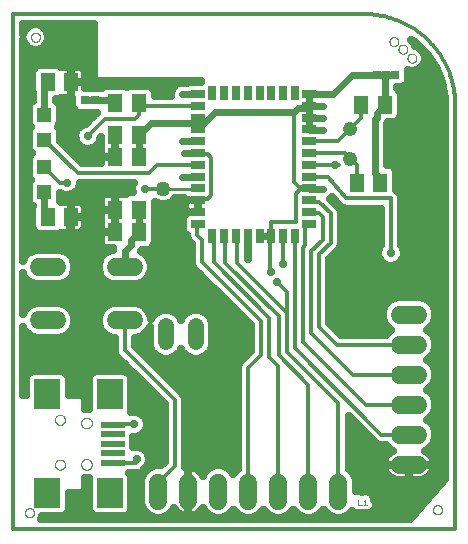
<source format=gtl>
G75*
%MOIN*%
%OFA0B0*%
%FSLAX25Y25*%
%IPPOS*%
%LPD*%
%AMOC8*
5,1,8,0,0,1.08239X$1,22.5*
%
%ADD10C,0.01200*%
%ADD11C,0.00200*%
%ADD12C,0.00000*%
%ADD13C,0.06000*%
%ADD14R,0.05118X0.06299*%
%ADD15R,0.04724X0.04724*%
%ADD16C,0.04800*%
%ADD17R,0.05118X0.05906*%
%ADD18C,0.05000*%
%ADD19R,0.02756X0.04724*%
%ADD20R,0.04724X0.02756*%
%ADD21R,0.08661X0.09843*%
%ADD22R,0.07874X0.01969*%
%ADD23C,0.05400*%
%ADD24C,0.02900*%
%ADD25C,0.02778*%
%ADD26C,0.01000*%
%ADD27C,0.02400*%
%ADD28R,0.02900X0.02900*%
%ADD29C,0.02500*%
%ADD30C,0.02200*%
D10*
X0040433Y0036433D02*
X0040433Y0208134D01*
X0157860Y0208134D01*
X0156496Y0177933D02*
X0156496Y0173496D01*
X0152933Y0169933D01*
X0148766Y0165766D01*
X0139157Y0165766D01*
X0139157Y0161829D02*
X0151037Y0161829D01*
X0152933Y0159933D01*
X0154996Y0157870D01*
X0154996Y0151933D01*
X0151567Y0146683D02*
X0166433Y0146683D01*
X0166433Y0128433D01*
X0151567Y0146683D02*
X0145295Y0153955D01*
X0139157Y0153955D01*
X0138698Y0150477D02*
X0135925Y0150477D01*
X0134233Y0152170D01*
X0134233Y0174551D01*
X0135815Y0176133D01*
X0137713Y0176133D01*
X0139157Y0177577D01*
X0157860Y0208134D02*
X0158591Y0208119D01*
X0159321Y0208087D01*
X0160050Y0208036D01*
X0160778Y0207969D01*
X0161504Y0207883D01*
X0162227Y0207780D01*
X0162948Y0207660D01*
X0163666Y0207522D01*
X0164380Y0207368D01*
X0165091Y0207195D01*
X0165797Y0207006D01*
X0166498Y0206800D01*
X0167194Y0206576D01*
X0167884Y0206337D01*
X0168568Y0206080D01*
X0169246Y0205807D01*
X0169918Y0205518D01*
X0170582Y0205212D01*
X0171238Y0204891D01*
X0171886Y0204554D01*
X0172527Y0204201D01*
X0173158Y0203833D01*
X0173780Y0203449D01*
X0174393Y0203051D01*
X0174996Y0202638D01*
X0175589Y0202211D01*
X0176172Y0201769D01*
X0176743Y0201314D01*
X0177304Y0200845D01*
X0177853Y0200362D01*
X0178390Y0199866D01*
X0178915Y0199358D01*
X0179427Y0198837D01*
X0179927Y0198304D01*
X0180414Y0197758D01*
X0180887Y0197202D01*
X0181347Y0196633D01*
X0181793Y0196054D01*
X0182225Y0195465D01*
X0182642Y0194865D01*
X0183045Y0194255D01*
X0183433Y0193636D01*
X0183806Y0193007D01*
X0184164Y0192370D01*
X0184506Y0191724D01*
X0184832Y0191070D01*
X0185143Y0190408D01*
X0185437Y0189739D01*
X0185715Y0189063D01*
X0185977Y0188381D01*
X0186222Y0187692D01*
X0186451Y0186998D01*
X0186663Y0186299D01*
X0186857Y0185594D01*
X0187035Y0184885D01*
X0187195Y0184172D01*
X0187339Y0183455D01*
X0187464Y0182735D01*
X0187573Y0182013D01*
X0187664Y0181287D01*
X0187737Y0180560D01*
X0187793Y0179831D01*
X0187831Y0179101D01*
X0187851Y0178371D01*
X0187854Y0177640D01*
X0187854Y0036433D01*
X0040433Y0036433D01*
X0073791Y0058634D02*
X0073992Y0058433D01*
X0081433Y0058433D01*
X0081433Y0059481D01*
X0081767Y0059815D01*
X0088933Y0051933D02*
X0094433Y0057433D01*
X0094433Y0079433D01*
X0077733Y0096133D01*
X0077733Y0106033D01*
X0077933Y0105833D01*
X0058933Y0132933D02*
X0058933Y0141173D01*
X0058935Y0141120D01*
X0058941Y0141068D01*
X0058950Y0141016D01*
X0058963Y0140965D01*
X0058980Y0140914D01*
X0059000Y0140866D01*
X0059024Y0140818D01*
X0059050Y0140773D01*
X0059081Y0140730D01*
X0059114Y0140688D01*
X0059150Y0140650D01*
X0059188Y0140614D01*
X0059230Y0140581D01*
X0059273Y0140550D01*
X0059318Y0140524D01*
X0059366Y0140500D01*
X0059414Y0140480D01*
X0059465Y0140463D01*
X0059516Y0140450D01*
X0059568Y0140441D01*
X0059620Y0140435D01*
X0059673Y0140433D01*
X0058433Y0151933D02*
X0056067Y0151933D01*
X0050933Y0157067D01*
X0050933Y0166299D02*
X0062049Y0155183D01*
X0085799Y0155183D01*
X0088508Y0157892D01*
X0102150Y0157892D01*
X0102609Y0161370D02*
X0102150Y0161829D01*
X0102609Y0161370D02*
X0105382Y0161370D01*
X0106612Y0160140D01*
X0106612Y0147770D01*
X0105382Y0146540D01*
X0102609Y0146540D01*
X0102150Y0146081D01*
X0102150Y0138207D02*
X0101933Y0138207D01*
X0101933Y0134433D01*
X0103396Y0132970D01*
X0103396Y0125494D01*
X0123110Y0105781D01*
X0123110Y0094433D01*
X0118933Y0090257D01*
X0118933Y0048933D01*
X0128933Y0048933D02*
X0128933Y0090765D01*
X0125810Y0093889D01*
X0125810Y0106899D01*
X0107333Y0125376D01*
X0107333Y0133811D01*
X0106874Y0134270D01*
X0110811Y0134270D02*
X0111270Y0133811D01*
X0111270Y0125257D01*
X0129033Y0107494D01*
X0129033Y0094484D01*
X0138933Y0084584D01*
X0138933Y0048933D01*
X0148933Y0048933D02*
X0148933Y0078402D01*
X0131733Y0095602D01*
X0131733Y0108613D01*
X0131733Y0115633D01*
X0128433Y0118933D01*
X0126494Y0122244D02*
X0126133Y0122605D01*
X0126133Y0133844D01*
X0126559Y0134270D01*
X0126559Y0138732D01*
X0134695Y0138732D01*
X0134695Y0148329D01*
X0136384Y0150018D01*
X0139157Y0150018D01*
X0138698Y0150477D01*
X0139157Y0146081D02*
X0139617Y0145622D01*
X0142390Y0145622D01*
X0146320Y0141692D01*
X0146320Y0131810D01*
X0142533Y0128023D01*
X0142533Y0103933D01*
X0148533Y0097933D01*
X0172433Y0097933D01*
X0172433Y0087933D02*
X0153833Y0087933D01*
X0139833Y0101933D01*
X0139833Y0129142D01*
X0143620Y0132928D01*
X0143620Y0140455D01*
X0142390Y0141685D01*
X0139617Y0141685D01*
X0139157Y0142144D01*
X0139157Y0138207D02*
X0137911Y0136961D01*
X0137911Y0131038D01*
X0137133Y0130260D01*
X0137133Y0098933D01*
X0158133Y0077933D01*
X0172433Y0077933D01*
X0172433Y0067933D02*
X0163221Y0067933D01*
X0134433Y0096721D01*
X0134433Y0134270D01*
X0130496Y0134270D02*
X0130433Y0134207D01*
X0130433Y0124933D01*
X0115207Y0125139D02*
X0131733Y0108613D01*
X0115207Y0125139D02*
X0115207Y0133811D01*
X0114748Y0134270D01*
X0090433Y0149933D02*
X0084433Y0149933D01*
X0074496Y0142933D02*
X0074496Y0135433D01*
X0074496Y0160433D02*
X0074496Y0167933D01*
X0071067Y0173183D02*
X0081183Y0173183D01*
X0082433Y0174433D01*
X0082433Y0178370D01*
X0082370Y0178433D01*
X0085226Y0177577D01*
X0102150Y0177577D01*
X0071067Y0173183D02*
X0067433Y0169549D01*
X0065433Y0167433D01*
X0139157Y0157892D02*
X0149242Y0157892D01*
X0147783Y0157933D01*
X0081433Y0071433D02*
X0080933Y0071433D01*
X0073992Y0071433D01*
X0073791Y0071232D01*
X0088933Y0051933D02*
X0088933Y0048933D01*
D11*
X0155484Y0046335D02*
X0155484Y0044533D01*
X0156685Y0044533D01*
X0157325Y0044533D02*
X0158526Y0044533D01*
X0157926Y0044533D02*
X0157926Y0046335D01*
X0157325Y0045734D01*
D12*
X0180433Y0042933D02*
X0180435Y0043010D01*
X0180441Y0043087D01*
X0180451Y0043164D01*
X0180465Y0043240D01*
X0180482Y0043315D01*
X0180504Y0043389D01*
X0180529Y0043462D01*
X0180559Y0043534D01*
X0180591Y0043604D01*
X0180628Y0043672D01*
X0180667Y0043738D01*
X0180710Y0043802D01*
X0180757Y0043864D01*
X0180806Y0043923D01*
X0180859Y0043980D01*
X0180914Y0044034D01*
X0180972Y0044085D01*
X0181033Y0044133D01*
X0181096Y0044178D01*
X0181161Y0044219D01*
X0181228Y0044257D01*
X0181297Y0044292D01*
X0181368Y0044322D01*
X0181440Y0044350D01*
X0181514Y0044373D01*
X0181588Y0044393D01*
X0181664Y0044409D01*
X0181740Y0044421D01*
X0181817Y0044429D01*
X0181894Y0044433D01*
X0181972Y0044433D01*
X0182049Y0044429D01*
X0182126Y0044421D01*
X0182202Y0044409D01*
X0182278Y0044393D01*
X0182352Y0044373D01*
X0182426Y0044350D01*
X0182498Y0044322D01*
X0182569Y0044292D01*
X0182638Y0044257D01*
X0182705Y0044219D01*
X0182770Y0044178D01*
X0182833Y0044133D01*
X0182894Y0044085D01*
X0182952Y0044034D01*
X0183007Y0043980D01*
X0183060Y0043923D01*
X0183109Y0043864D01*
X0183156Y0043802D01*
X0183199Y0043738D01*
X0183238Y0043672D01*
X0183275Y0043604D01*
X0183307Y0043534D01*
X0183337Y0043462D01*
X0183362Y0043389D01*
X0183384Y0043315D01*
X0183401Y0043240D01*
X0183415Y0043164D01*
X0183425Y0043087D01*
X0183431Y0043010D01*
X0183433Y0042933D01*
X0183431Y0042856D01*
X0183425Y0042779D01*
X0183415Y0042702D01*
X0183401Y0042626D01*
X0183384Y0042551D01*
X0183362Y0042477D01*
X0183337Y0042404D01*
X0183307Y0042332D01*
X0183275Y0042262D01*
X0183238Y0042194D01*
X0183199Y0042128D01*
X0183156Y0042064D01*
X0183109Y0042002D01*
X0183060Y0041943D01*
X0183007Y0041886D01*
X0182952Y0041832D01*
X0182894Y0041781D01*
X0182833Y0041733D01*
X0182770Y0041688D01*
X0182705Y0041647D01*
X0182638Y0041609D01*
X0182569Y0041574D01*
X0182498Y0041544D01*
X0182426Y0041516D01*
X0182352Y0041493D01*
X0182278Y0041473D01*
X0182202Y0041457D01*
X0182126Y0041445D01*
X0182049Y0041437D01*
X0181972Y0041433D01*
X0181894Y0041433D01*
X0181817Y0041437D01*
X0181740Y0041445D01*
X0181664Y0041457D01*
X0181588Y0041473D01*
X0181514Y0041493D01*
X0181440Y0041516D01*
X0181368Y0041544D01*
X0181297Y0041574D01*
X0181228Y0041609D01*
X0181161Y0041647D01*
X0181096Y0041688D01*
X0181033Y0041733D01*
X0180972Y0041781D01*
X0180914Y0041832D01*
X0180859Y0041886D01*
X0180806Y0041943D01*
X0180757Y0042002D01*
X0180710Y0042064D01*
X0180667Y0042128D01*
X0180628Y0042194D01*
X0180591Y0042262D01*
X0180559Y0042332D01*
X0180529Y0042404D01*
X0180504Y0042477D01*
X0180482Y0042551D01*
X0180465Y0042626D01*
X0180451Y0042702D01*
X0180441Y0042779D01*
X0180435Y0042856D01*
X0180433Y0042933D01*
X0063161Y0058043D02*
X0063163Y0058127D01*
X0063169Y0058210D01*
X0063179Y0058293D01*
X0063193Y0058376D01*
X0063210Y0058458D01*
X0063232Y0058539D01*
X0063257Y0058618D01*
X0063286Y0058697D01*
X0063319Y0058774D01*
X0063355Y0058849D01*
X0063395Y0058923D01*
X0063438Y0058995D01*
X0063485Y0059064D01*
X0063535Y0059131D01*
X0063588Y0059196D01*
X0063644Y0059258D01*
X0063702Y0059318D01*
X0063764Y0059375D01*
X0063828Y0059428D01*
X0063895Y0059479D01*
X0063964Y0059526D01*
X0064035Y0059571D01*
X0064108Y0059611D01*
X0064183Y0059648D01*
X0064260Y0059682D01*
X0064338Y0059712D01*
X0064417Y0059738D01*
X0064498Y0059761D01*
X0064580Y0059779D01*
X0064662Y0059794D01*
X0064745Y0059805D01*
X0064828Y0059812D01*
X0064912Y0059815D01*
X0064996Y0059814D01*
X0065079Y0059809D01*
X0065163Y0059800D01*
X0065245Y0059787D01*
X0065327Y0059771D01*
X0065408Y0059750D01*
X0065489Y0059726D01*
X0065567Y0059698D01*
X0065645Y0059666D01*
X0065721Y0059630D01*
X0065795Y0059591D01*
X0065867Y0059549D01*
X0065937Y0059503D01*
X0066005Y0059454D01*
X0066070Y0059402D01*
X0066133Y0059347D01*
X0066193Y0059289D01*
X0066251Y0059228D01*
X0066305Y0059164D01*
X0066357Y0059098D01*
X0066405Y0059030D01*
X0066450Y0058959D01*
X0066491Y0058886D01*
X0066530Y0058812D01*
X0066564Y0058736D01*
X0066595Y0058658D01*
X0066622Y0058579D01*
X0066646Y0058498D01*
X0066665Y0058417D01*
X0066681Y0058335D01*
X0066693Y0058252D01*
X0066701Y0058168D01*
X0066705Y0058085D01*
X0066705Y0058001D01*
X0066701Y0057918D01*
X0066693Y0057834D01*
X0066681Y0057751D01*
X0066665Y0057669D01*
X0066646Y0057588D01*
X0066622Y0057507D01*
X0066595Y0057428D01*
X0066564Y0057350D01*
X0066530Y0057274D01*
X0066491Y0057200D01*
X0066450Y0057127D01*
X0066405Y0057056D01*
X0066357Y0056988D01*
X0066305Y0056922D01*
X0066251Y0056858D01*
X0066193Y0056797D01*
X0066133Y0056739D01*
X0066070Y0056684D01*
X0066005Y0056632D01*
X0065937Y0056583D01*
X0065867Y0056537D01*
X0065795Y0056495D01*
X0065721Y0056456D01*
X0065645Y0056420D01*
X0065567Y0056388D01*
X0065489Y0056360D01*
X0065408Y0056336D01*
X0065327Y0056315D01*
X0065245Y0056299D01*
X0065163Y0056286D01*
X0065079Y0056277D01*
X0064996Y0056272D01*
X0064912Y0056271D01*
X0064828Y0056274D01*
X0064745Y0056281D01*
X0064662Y0056292D01*
X0064580Y0056307D01*
X0064498Y0056325D01*
X0064417Y0056348D01*
X0064338Y0056374D01*
X0064260Y0056404D01*
X0064183Y0056438D01*
X0064108Y0056475D01*
X0064035Y0056515D01*
X0063964Y0056560D01*
X0063895Y0056607D01*
X0063828Y0056658D01*
X0063764Y0056711D01*
X0063702Y0056768D01*
X0063644Y0056828D01*
X0063588Y0056890D01*
X0063535Y0056955D01*
X0063485Y0057022D01*
X0063438Y0057091D01*
X0063395Y0057163D01*
X0063355Y0057237D01*
X0063319Y0057312D01*
X0063286Y0057389D01*
X0063257Y0057468D01*
X0063232Y0057547D01*
X0063210Y0057628D01*
X0063193Y0057710D01*
X0063179Y0057793D01*
X0063169Y0057876D01*
X0063163Y0057959D01*
X0063161Y0058043D01*
X0054421Y0057953D02*
X0054423Y0058034D01*
X0054429Y0058116D01*
X0054439Y0058197D01*
X0054453Y0058277D01*
X0054470Y0058356D01*
X0054492Y0058435D01*
X0054517Y0058512D01*
X0054546Y0058589D01*
X0054579Y0058663D01*
X0054616Y0058736D01*
X0054655Y0058807D01*
X0054699Y0058876D01*
X0054745Y0058943D01*
X0054795Y0059007D01*
X0054848Y0059069D01*
X0054904Y0059129D01*
X0054962Y0059185D01*
X0055024Y0059239D01*
X0055088Y0059290D01*
X0055154Y0059337D01*
X0055222Y0059381D01*
X0055293Y0059422D01*
X0055365Y0059459D01*
X0055440Y0059493D01*
X0055515Y0059523D01*
X0055593Y0059549D01*
X0055671Y0059572D01*
X0055750Y0059590D01*
X0055830Y0059605D01*
X0055911Y0059616D01*
X0055992Y0059623D01*
X0056074Y0059626D01*
X0056155Y0059625D01*
X0056236Y0059620D01*
X0056317Y0059611D01*
X0056398Y0059598D01*
X0056478Y0059581D01*
X0056556Y0059561D01*
X0056634Y0059536D01*
X0056711Y0059508D01*
X0056786Y0059476D01*
X0056859Y0059441D01*
X0056930Y0059402D01*
X0057000Y0059359D01*
X0057067Y0059314D01*
X0057133Y0059265D01*
X0057195Y0059213D01*
X0057255Y0059157D01*
X0057312Y0059099D01*
X0057367Y0059039D01*
X0057418Y0058975D01*
X0057466Y0058910D01*
X0057511Y0058842D01*
X0057553Y0058772D01*
X0057591Y0058700D01*
X0057626Y0058626D01*
X0057657Y0058551D01*
X0057684Y0058474D01*
X0057707Y0058396D01*
X0057727Y0058317D01*
X0057743Y0058237D01*
X0057755Y0058156D01*
X0057763Y0058075D01*
X0057767Y0057994D01*
X0057767Y0057912D01*
X0057763Y0057831D01*
X0057755Y0057750D01*
X0057743Y0057669D01*
X0057727Y0057589D01*
X0057707Y0057510D01*
X0057684Y0057432D01*
X0057657Y0057355D01*
X0057626Y0057280D01*
X0057591Y0057206D01*
X0057553Y0057134D01*
X0057511Y0057064D01*
X0057466Y0056996D01*
X0057418Y0056931D01*
X0057367Y0056867D01*
X0057312Y0056807D01*
X0057255Y0056749D01*
X0057195Y0056693D01*
X0057133Y0056641D01*
X0057067Y0056592D01*
X0057000Y0056547D01*
X0056931Y0056504D01*
X0056859Y0056465D01*
X0056786Y0056430D01*
X0056711Y0056398D01*
X0056634Y0056370D01*
X0056556Y0056345D01*
X0056478Y0056325D01*
X0056398Y0056308D01*
X0056317Y0056295D01*
X0056236Y0056286D01*
X0056155Y0056281D01*
X0056074Y0056280D01*
X0055992Y0056283D01*
X0055911Y0056290D01*
X0055830Y0056301D01*
X0055750Y0056316D01*
X0055671Y0056334D01*
X0055593Y0056357D01*
X0055515Y0056383D01*
X0055440Y0056413D01*
X0055365Y0056447D01*
X0055293Y0056484D01*
X0055222Y0056525D01*
X0055154Y0056569D01*
X0055088Y0056616D01*
X0055024Y0056667D01*
X0054962Y0056721D01*
X0054904Y0056777D01*
X0054848Y0056837D01*
X0054795Y0056899D01*
X0054745Y0056963D01*
X0054699Y0057030D01*
X0054655Y0057099D01*
X0054616Y0057170D01*
X0054579Y0057243D01*
X0054546Y0057317D01*
X0054517Y0057394D01*
X0054492Y0057471D01*
X0054470Y0057550D01*
X0054453Y0057629D01*
X0054439Y0057709D01*
X0054429Y0057790D01*
X0054423Y0057872D01*
X0054421Y0057953D01*
X0054421Y0072913D02*
X0054423Y0072994D01*
X0054429Y0073076D01*
X0054439Y0073157D01*
X0054453Y0073237D01*
X0054470Y0073316D01*
X0054492Y0073395D01*
X0054517Y0073472D01*
X0054546Y0073549D01*
X0054579Y0073623D01*
X0054616Y0073696D01*
X0054655Y0073767D01*
X0054699Y0073836D01*
X0054745Y0073903D01*
X0054795Y0073967D01*
X0054848Y0074029D01*
X0054904Y0074089D01*
X0054962Y0074145D01*
X0055024Y0074199D01*
X0055088Y0074250D01*
X0055154Y0074297D01*
X0055222Y0074341D01*
X0055293Y0074382D01*
X0055365Y0074419D01*
X0055440Y0074453D01*
X0055515Y0074483D01*
X0055593Y0074509D01*
X0055671Y0074532D01*
X0055750Y0074550D01*
X0055830Y0074565D01*
X0055911Y0074576D01*
X0055992Y0074583D01*
X0056074Y0074586D01*
X0056155Y0074585D01*
X0056236Y0074580D01*
X0056317Y0074571D01*
X0056398Y0074558D01*
X0056478Y0074541D01*
X0056556Y0074521D01*
X0056634Y0074496D01*
X0056711Y0074468D01*
X0056786Y0074436D01*
X0056859Y0074401D01*
X0056930Y0074362D01*
X0057000Y0074319D01*
X0057067Y0074274D01*
X0057133Y0074225D01*
X0057195Y0074173D01*
X0057255Y0074117D01*
X0057312Y0074059D01*
X0057367Y0073999D01*
X0057418Y0073935D01*
X0057466Y0073870D01*
X0057511Y0073802D01*
X0057553Y0073732D01*
X0057591Y0073660D01*
X0057626Y0073586D01*
X0057657Y0073511D01*
X0057684Y0073434D01*
X0057707Y0073356D01*
X0057727Y0073277D01*
X0057743Y0073197D01*
X0057755Y0073116D01*
X0057763Y0073035D01*
X0057767Y0072954D01*
X0057767Y0072872D01*
X0057763Y0072791D01*
X0057755Y0072710D01*
X0057743Y0072629D01*
X0057727Y0072549D01*
X0057707Y0072470D01*
X0057684Y0072392D01*
X0057657Y0072315D01*
X0057626Y0072240D01*
X0057591Y0072166D01*
X0057553Y0072094D01*
X0057511Y0072024D01*
X0057466Y0071956D01*
X0057418Y0071891D01*
X0057367Y0071827D01*
X0057312Y0071767D01*
X0057255Y0071709D01*
X0057195Y0071653D01*
X0057133Y0071601D01*
X0057067Y0071552D01*
X0057000Y0071507D01*
X0056931Y0071464D01*
X0056859Y0071425D01*
X0056786Y0071390D01*
X0056711Y0071358D01*
X0056634Y0071330D01*
X0056556Y0071305D01*
X0056478Y0071285D01*
X0056398Y0071268D01*
X0056317Y0071255D01*
X0056236Y0071246D01*
X0056155Y0071241D01*
X0056074Y0071240D01*
X0055992Y0071243D01*
X0055911Y0071250D01*
X0055830Y0071261D01*
X0055750Y0071276D01*
X0055671Y0071294D01*
X0055593Y0071317D01*
X0055515Y0071343D01*
X0055440Y0071373D01*
X0055365Y0071407D01*
X0055293Y0071444D01*
X0055222Y0071485D01*
X0055154Y0071529D01*
X0055088Y0071576D01*
X0055024Y0071627D01*
X0054962Y0071681D01*
X0054904Y0071737D01*
X0054848Y0071797D01*
X0054795Y0071859D01*
X0054745Y0071923D01*
X0054699Y0071990D01*
X0054655Y0072059D01*
X0054616Y0072130D01*
X0054579Y0072203D01*
X0054546Y0072277D01*
X0054517Y0072354D01*
X0054492Y0072431D01*
X0054470Y0072510D01*
X0054453Y0072589D01*
X0054439Y0072669D01*
X0054429Y0072750D01*
X0054423Y0072832D01*
X0054421Y0072913D01*
X0063161Y0071823D02*
X0063163Y0071907D01*
X0063169Y0071990D01*
X0063179Y0072073D01*
X0063193Y0072156D01*
X0063210Y0072238D01*
X0063232Y0072319D01*
X0063257Y0072398D01*
X0063286Y0072477D01*
X0063319Y0072554D01*
X0063355Y0072629D01*
X0063395Y0072703D01*
X0063438Y0072775D01*
X0063485Y0072844D01*
X0063535Y0072911D01*
X0063588Y0072976D01*
X0063644Y0073038D01*
X0063702Y0073098D01*
X0063764Y0073155D01*
X0063828Y0073208D01*
X0063895Y0073259D01*
X0063964Y0073306D01*
X0064035Y0073351D01*
X0064108Y0073391D01*
X0064183Y0073428D01*
X0064260Y0073462D01*
X0064338Y0073492D01*
X0064417Y0073518D01*
X0064498Y0073541D01*
X0064580Y0073559D01*
X0064662Y0073574D01*
X0064745Y0073585D01*
X0064828Y0073592D01*
X0064912Y0073595D01*
X0064996Y0073594D01*
X0065079Y0073589D01*
X0065163Y0073580D01*
X0065245Y0073567D01*
X0065327Y0073551D01*
X0065408Y0073530D01*
X0065489Y0073506D01*
X0065567Y0073478D01*
X0065645Y0073446D01*
X0065721Y0073410D01*
X0065795Y0073371D01*
X0065867Y0073329D01*
X0065937Y0073283D01*
X0066005Y0073234D01*
X0066070Y0073182D01*
X0066133Y0073127D01*
X0066193Y0073069D01*
X0066251Y0073008D01*
X0066305Y0072944D01*
X0066357Y0072878D01*
X0066405Y0072810D01*
X0066450Y0072739D01*
X0066491Y0072666D01*
X0066530Y0072592D01*
X0066564Y0072516D01*
X0066595Y0072438D01*
X0066622Y0072359D01*
X0066646Y0072278D01*
X0066665Y0072197D01*
X0066681Y0072115D01*
X0066693Y0072032D01*
X0066701Y0071948D01*
X0066705Y0071865D01*
X0066705Y0071781D01*
X0066701Y0071698D01*
X0066693Y0071614D01*
X0066681Y0071531D01*
X0066665Y0071449D01*
X0066646Y0071368D01*
X0066622Y0071287D01*
X0066595Y0071208D01*
X0066564Y0071130D01*
X0066530Y0071054D01*
X0066491Y0070980D01*
X0066450Y0070907D01*
X0066405Y0070836D01*
X0066357Y0070768D01*
X0066305Y0070702D01*
X0066251Y0070638D01*
X0066193Y0070577D01*
X0066133Y0070519D01*
X0066070Y0070464D01*
X0066005Y0070412D01*
X0065937Y0070363D01*
X0065867Y0070317D01*
X0065795Y0070275D01*
X0065721Y0070236D01*
X0065645Y0070200D01*
X0065567Y0070168D01*
X0065489Y0070140D01*
X0065408Y0070116D01*
X0065327Y0070095D01*
X0065245Y0070079D01*
X0065163Y0070066D01*
X0065079Y0070057D01*
X0064996Y0070052D01*
X0064912Y0070051D01*
X0064828Y0070054D01*
X0064745Y0070061D01*
X0064662Y0070072D01*
X0064580Y0070087D01*
X0064498Y0070105D01*
X0064417Y0070128D01*
X0064338Y0070154D01*
X0064260Y0070184D01*
X0064183Y0070218D01*
X0064108Y0070255D01*
X0064035Y0070295D01*
X0063964Y0070340D01*
X0063895Y0070387D01*
X0063828Y0070438D01*
X0063764Y0070491D01*
X0063702Y0070548D01*
X0063644Y0070608D01*
X0063588Y0070670D01*
X0063535Y0070735D01*
X0063485Y0070802D01*
X0063438Y0070871D01*
X0063395Y0070943D01*
X0063355Y0071017D01*
X0063319Y0071092D01*
X0063286Y0071169D01*
X0063257Y0071248D01*
X0063232Y0071327D01*
X0063210Y0071408D01*
X0063193Y0071490D01*
X0063179Y0071573D01*
X0063169Y0071656D01*
X0063163Y0071739D01*
X0063161Y0071823D01*
X0044433Y0041933D02*
X0044435Y0042010D01*
X0044441Y0042087D01*
X0044451Y0042164D01*
X0044465Y0042240D01*
X0044482Y0042315D01*
X0044504Y0042389D01*
X0044529Y0042462D01*
X0044559Y0042534D01*
X0044591Y0042604D01*
X0044628Y0042672D01*
X0044667Y0042738D01*
X0044710Y0042802D01*
X0044757Y0042864D01*
X0044806Y0042923D01*
X0044859Y0042980D01*
X0044914Y0043034D01*
X0044972Y0043085D01*
X0045033Y0043133D01*
X0045096Y0043178D01*
X0045161Y0043219D01*
X0045228Y0043257D01*
X0045297Y0043292D01*
X0045368Y0043322D01*
X0045440Y0043350D01*
X0045514Y0043373D01*
X0045588Y0043393D01*
X0045664Y0043409D01*
X0045740Y0043421D01*
X0045817Y0043429D01*
X0045894Y0043433D01*
X0045972Y0043433D01*
X0046049Y0043429D01*
X0046126Y0043421D01*
X0046202Y0043409D01*
X0046278Y0043393D01*
X0046352Y0043373D01*
X0046426Y0043350D01*
X0046498Y0043322D01*
X0046569Y0043292D01*
X0046638Y0043257D01*
X0046705Y0043219D01*
X0046770Y0043178D01*
X0046833Y0043133D01*
X0046894Y0043085D01*
X0046952Y0043034D01*
X0047007Y0042980D01*
X0047060Y0042923D01*
X0047109Y0042864D01*
X0047156Y0042802D01*
X0047199Y0042738D01*
X0047238Y0042672D01*
X0047275Y0042604D01*
X0047307Y0042534D01*
X0047337Y0042462D01*
X0047362Y0042389D01*
X0047384Y0042315D01*
X0047401Y0042240D01*
X0047415Y0042164D01*
X0047425Y0042087D01*
X0047431Y0042010D01*
X0047433Y0041933D01*
X0047431Y0041856D01*
X0047425Y0041779D01*
X0047415Y0041702D01*
X0047401Y0041626D01*
X0047384Y0041551D01*
X0047362Y0041477D01*
X0047337Y0041404D01*
X0047307Y0041332D01*
X0047275Y0041262D01*
X0047238Y0041194D01*
X0047199Y0041128D01*
X0047156Y0041064D01*
X0047109Y0041002D01*
X0047060Y0040943D01*
X0047007Y0040886D01*
X0046952Y0040832D01*
X0046894Y0040781D01*
X0046833Y0040733D01*
X0046770Y0040688D01*
X0046705Y0040647D01*
X0046638Y0040609D01*
X0046569Y0040574D01*
X0046498Y0040544D01*
X0046426Y0040516D01*
X0046352Y0040493D01*
X0046278Y0040473D01*
X0046202Y0040457D01*
X0046126Y0040445D01*
X0046049Y0040437D01*
X0045972Y0040433D01*
X0045894Y0040433D01*
X0045817Y0040437D01*
X0045740Y0040445D01*
X0045664Y0040457D01*
X0045588Y0040473D01*
X0045514Y0040493D01*
X0045440Y0040516D01*
X0045368Y0040544D01*
X0045297Y0040574D01*
X0045228Y0040609D01*
X0045161Y0040647D01*
X0045096Y0040688D01*
X0045033Y0040733D01*
X0044972Y0040781D01*
X0044914Y0040832D01*
X0044859Y0040886D01*
X0044806Y0040943D01*
X0044757Y0041002D01*
X0044710Y0041064D01*
X0044667Y0041128D01*
X0044628Y0041194D01*
X0044591Y0041262D01*
X0044559Y0041332D01*
X0044529Y0041404D01*
X0044504Y0041477D01*
X0044482Y0041551D01*
X0044465Y0041626D01*
X0044451Y0041702D01*
X0044441Y0041779D01*
X0044435Y0041856D01*
X0044433Y0041933D01*
X0171933Y0193433D02*
X0171935Y0193510D01*
X0171941Y0193587D01*
X0171951Y0193664D01*
X0171965Y0193740D01*
X0171982Y0193815D01*
X0172004Y0193889D01*
X0172029Y0193962D01*
X0172059Y0194034D01*
X0172091Y0194104D01*
X0172128Y0194172D01*
X0172167Y0194238D01*
X0172210Y0194302D01*
X0172257Y0194364D01*
X0172306Y0194423D01*
X0172359Y0194480D01*
X0172414Y0194534D01*
X0172472Y0194585D01*
X0172533Y0194633D01*
X0172596Y0194678D01*
X0172661Y0194719D01*
X0172728Y0194757D01*
X0172797Y0194792D01*
X0172868Y0194822D01*
X0172940Y0194850D01*
X0173014Y0194873D01*
X0173088Y0194893D01*
X0173164Y0194909D01*
X0173240Y0194921D01*
X0173317Y0194929D01*
X0173394Y0194933D01*
X0173472Y0194933D01*
X0173549Y0194929D01*
X0173626Y0194921D01*
X0173702Y0194909D01*
X0173778Y0194893D01*
X0173852Y0194873D01*
X0173926Y0194850D01*
X0173998Y0194822D01*
X0174069Y0194792D01*
X0174138Y0194757D01*
X0174205Y0194719D01*
X0174270Y0194678D01*
X0174333Y0194633D01*
X0174394Y0194585D01*
X0174452Y0194534D01*
X0174507Y0194480D01*
X0174560Y0194423D01*
X0174609Y0194364D01*
X0174656Y0194302D01*
X0174699Y0194238D01*
X0174738Y0194172D01*
X0174775Y0194104D01*
X0174807Y0194034D01*
X0174837Y0193962D01*
X0174862Y0193889D01*
X0174884Y0193815D01*
X0174901Y0193740D01*
X0174915Y0193664D01*
X0174925Y0193587D01*
X0174931Y0193510D01*
X0174933Y0193433D01*
X0174931Y0193356D01*
X0174925Y0193279D01*
X0174915Y0193202D01*
X0174901Y0193126D01*
X0174884Y0193051D01*
X0174862Y0192977D01*
X0174837Y0192904D01*
X0174807Y0192832D01*
X0174775Y0192762D01*
X0174738Y0192694D01*
X0174699Y0192628D01*
X0174656Y0192564D01*
X0174609Y0192502D01*
X0174560Y0192443D01*
X0174507Y0192386D01*
X0174452Y0192332D01*
X0174394Y0192281D01*
X0174333Y0192233D01*
X0174270Y0192188D01*
X0174205Y0192147D01*
X0174138Y0192109D01*
X0174069Y0192074D01*
X0173998Y0192044D01*
X0173926Y0192016D01*
X0173852Y0191993D01*
X0173778Y0191973D01*
X0173702Y0191957D01*
X0173626Y0191945D01*
X0173549Y0191937D01*
X0173472Y0191933D01*
X0173394Y0191933D01*
X0173317Y0191937D01*
X0173240Y0191945D01*
X0173164Y0191957D01*
X0173088Y0191973D01*
X0173014Y0191993D01*
X0172940Y0192016D01*
X0172868Y0192044D01*
X0172797Y0192074D01*
X0172728Y0192109D01*
X0172661Y0192147D01*
X0172596Y0192188D01*
X0172533Y0192233D01*
X0172472Y0192281D01*
X0172414Y0192332D01*
X0172359Y0192386D01*
X0172306Y0192443D01*
X0172257Y0192502D01*
X0172210Y0192564D01*
X0172167Y0192628D01*
X0172128Y0192694D01*
X0172091Y0192762D01*
X0172059Y0192832D01*
X0172029Y0192904D01*
X0172004Y0192977D01*
X0171982Y0193051D01*
X0171965Y0193126D01*
X0171951Y0193202D01*
X0171941Y0193279D01*
X0171935Y0193356D01*
X0171933Y0193433D01*
X0168933Y0196433D02*
X0168935Y0196510D01*
X0168941Y0196587D01*
X0168951Y0196664D01*
X0168965Y0196740D01*
X0168982Y0196815D01*
X0169004Y0196889D01*
X0169029Y0196962D01*
X0169059Y0197034D01*
X0169091Y0197104D01*
X0169128Y0197172D01*
X0169167Y0197238D01*
X0169210Y0197302D01*
X0169257Y0197364D01*
X0169306Y0197423D01*
X0169359Y0197480D01*
X0169414Y0197534D01*
X0169472Y0197585D01*
X0169533Y0197633D01*
X0169596Y0197678D01*
X0169661Y0197719D01*
X0169728Y0197757D01*
X0169797Y0197792D01*
X0169868Y0197822D01*
X0169940Y0197850D01*
X0170014Y0197873D01*
X0170088Y0197893D01*
X0170164Y0197909D01*
X0170240Y0197921D01*
X0170317Y0197929D01*
X0170394Y0197933D01*
X0170472Y0197933D01*
X0170549Y0197929D01*
X0170626Y0197921D01*
X0170702Y0197909D01*
X0170778Y0197893D01*
X0170852Y0197873D01*
X0170926Y0197850D01*
X0170998Y0197822D01*
X0171069Y0197792D01*
X0171138Y0197757D01*
X0171205Y0197719D01*
X0171270Y0197678D01*
X0171333Y0197633D01*
X0171394Y0197585D01*
X0171452Y0197534D01*
X0171507Y0197480D01*
X0171560Y0197423D01*
X0171609Y0197364D01*
X0171656Y0197302D01*
X0171699Y0197238D01*
X0171738Y0197172D01*
X0171775Y0197104D01*
X0171807Y0197034D01*
X0171837Y0196962D01*
X0171862Y0196889D01*
X0171884Y0196815D01*
X0171901Y0196740D01*
X0171915Y0196664D01*
X0171925Y0196587D01*
X0171931Y0196510D01*
X0171933Y0196433D01*
X0171931Y0196356D01*
X0171925Y0196279D01*
X0171915Y0196202D01*
X0171901Y0196126D01*
X0171884Y0196051D01*
X0171862Y0195977D01*
X0171837Y0195904D01*
X0171807Y0195832D01*
X0171775Y0195762D01*
X0171738Y0195694D01*
X0171699Y0195628D01*
X0171656Y0195564D01*
X0171609Y0195502D01*
X0171560Y0195443D01*
X0171507Y0195386D01*
X0171452Y0195332D01*
X0171394Y0195281D01*
X0171333Y0195233D01*
X0171270Y0195188D01*
X0171205Y0195147D01*
X0171138Y0195109D01*
X0171069Y0195074D01*
X0170998Y0195044D01*
X0170926Y0195016D01*
X0170852Y0194993D01*
X0170778Y0194973D01*
X0170702Y0194957D01*
X0170626Y0194945D01*
X0170549Y0194937D01*
X0170472Y0194933D01*
X0170394Y0194933D01*
X0170317Y0194937D01*
X0170240Y0194945D01*
X0170164Y0194957D01*
X0170088Y0194973D01*
X0170014Y0194993D01*
X0169940Y0195016D01*
X0169868Y0195044D01*
X0169797Y0195074D01*
X0169728Y0195109D01*
X0169661Y0195147D01*
X0169596Y0195188D01*
X0169533Y0195233D01*
X0169472Y0195281D01*
X0169414Y0195332D01*
X0169359Y0195386D01*
X0169306Y0195443D01*
X0169257Y0195502D01*
X0169210Y0195564D01*
X0169167Y0195628D01*
X0169128Y0195694D01*
X0169091Y0195762D01*
X0169059Y0195832D01*
X0169029Y0195904D01*
X0169004Y0195977D01*
X0168982Y0196051D01*
X0168965Y0196126D01*
X0168951Y0196202D01*
X0168941Y0196279D01*
X0168935Y0196356D01*
X0168933Y0196433D01*
X0165933Y0198933D02*
X0165935Y0199010D01*
X0165941Y0199087D01*
X0165951Y0199164D01*
X0165965Y0199240D01*
X0165982Y0199315D01*
X0166004Y0199389D01*
X0166029Y0199462D01*
X0166059Y0199534D01*
X0166091Y0199604D01*
X0166128Y0199672D01*
X0166167Y0199738D01*
X0166210Y0199802D01*
X0166257Y0199864D01*
X0166306Y0199923D01*
X0166359Y0199980D01*
X0166414Y0200034D01*
X0166472Y0200085D01*
X0166533Y0200133D01*
X0166596Y0200178D01*
X0166661Y0200219D01*
X0166728Y0200257D01*
X0166797Y0200292D01*
X0166868Y0200322D01*
X0166940Y0200350D01*
X0167014Y0200373D01*
X0167088Y0200393D01*
X0167164Y0200409D01*
X0167240Y0200421D01*
X0167317Y0200429D01*
X0167394Y0200433D01*
X0167472Y0200433D01*
X0167549Y0200429D01*
X0167626Y0200421D01*
X0167702Y0200409D01*
X0167778Y0200393D01*
X0167852Y0200373D01*
X0167926Y0200350D01*
X0167998Y0200322D01*
X0168069Y0200292D01*
X0168138Y0200257D01*
X0168205Y0200219D01*
X0168270Y0200178D01*
X0168333Y0200133D01*
X0168394Y0200085D01*
X0168452Y0200034D01*
X0168507Y0199980D01*
X0168560Y0199923D01*
X0168609Y0199864D01*
X0168656Y0199802D01*
X0168699Y0199738D01*
X0168738Y0199672D01*
X0168775Y0199604D01*
X0168807Y0199534D01*
X0168837Y0199462D01*
X0168862Y0199389D01*
X0168884Y0199315D01*
X0168901Y0199240D01*
X0168915Y0199164D01*
X0168925Y0199087D01*
X0168931Y0199010D01*
X0168933Y0198933D01*
X0168931Y0198856D01*
X0168925Y0198779D01*
X0168915Y0198702D01*
X0168901Y0198626D01*
X0168884Y0198551D01*
X0168862Y0198477D01*
X0168837Y0198404D01*
X0168807Y0198332D01*
X0168775Y0198262D01*
X0168738Y0198194D01*
X0168699Y0198128D01*
X0168656Y0198064D01*
X0168609Y0198002D01*
X0168560Y0197943D01*
X0168507Y0197886D01*
X0168452Y0197832D01*
X0168394Y0197781D01*
X0168333Y0197733D01*
X0168270Y0197688D01*
X0168205Y0197647D01*
X0168138Y0197609D01*
X0168069Y0197574D01*
X0167998Y0197544D01*
X0167926Y0197516D01*
X0167852Y0197493D01*
X0167778Y0197473D01*
X0167702Y0197457D01*
X0167626Y0197445D01*
X0167549Y0197437D01*
X0167472Y0197433D01*
X0167394Y0197433D01*
X0167317Y0197437D01*
X0167240Y0197445D01*
X0167164Y0197457D01*
X0167088Y0197473D01*
X0167014Y0197493D01*
X0166940Y0197516D01*
X0166868Y0197544D01*
X0166797Y0197574D01*
X0166728Y0197609D01*
X0166661Y0197647D01*
X0166596Y0197688D01*
X0166533Y0197733D01*
X0166472Y0197781D01*
X0166414Y0197832D01*
X0166359Y0197886D01*
X0166306Y0197943D01*
X0166257Y0198002D01*
X0166210Y0198064D01*
X0166167Y0198128D01*
X0166128Y0198194D01*
X0166091Y0198262D01*
X0166059Y0198332D01*
X0166029Y0198404D01*
X0166004Y0198477D01*
X0165982Y0198551D01*
X0165965Y0198626D01*
X0165951Y0198702D01*
X0165941Y0198779D01*
X0165935Y0198856D01*
X0165933Y0198933D01*
X0046433Y0200433D02*
X0046435Y0200510D01*
X0046441Y0200587D01*
X0046451Y0200664D01*
X0046465Y0200740D01*
X0046482Y0200815D01*
X0046504Y0200889D01*
X0046529Y0200962D01*
X0046559Y0201034D01*
X0046591Y0201104D01*
X0046628Y0201172D01*
X0046667Y0201238D01*
X0046710Y0201302D01*
X0046757Y0201364D01*
X0046806Y0201423D01*
X0046859Y0201480D01*
X0046914Y0201534D01*
X0046972Y0201585D01*
X0047033Y0201633D01*
X0047096Y0201678D01*
X0047161Y0201719D01*
X0047228Y0201757D01*
X0047297Y0201792D01*
X0047368Y0201822D01*
X0047440Y0201850D01*
X0047514Y0201873D01*
X0047588Y0201893D01*
X0047664Y0201909D01*
X0047740Y0201921D01*
X0047817Y0201929D01*
X0047894Y0201933D01*
X0047972Y0201933D01*
X0048049Y0201929D01*
X0048126Y0201921D01*
X0048202Y0201909D01*
X0048278Y0201893D01*
X0048352Y0201873D01*
X0048426Y0201850D01*
X0048498Y0201822D01*
X0048569Y0201792D01*
X0048638Y0201757D01*
X0048705Y0201719D01*
X0048770Y0201678D01*
X0048833Y0201633D01*
X0048894Y0201585D01*
X0048952Y0201534D01*
X0049007Y0201480D01*
X0049060Y0201423D01*
X0049109Y0201364D01*
X0049156Y0201302D01*
X0049199Y0201238D01*
X0049238Y0201172D01*
X0049275Y0201104D01*
X0049307Y0201034D01*
X0049337Y0200962D01*
X0049362Y0200889D01*
X0049384Y0200815D01*
X0049401Y0200740D01*
X0049415Y0200664D01*
X0049425Y0200587D01*
X0049431Y0200510D01*
X0049433Y0200433D01*
X0049431Y0200356D01*
X0049425Y0200279D01*
X0049415Y0200202D01*
X0049401Y0200126D01*
X0049384Y0200051D01*
X0049362Y0199977D01*
X0049337Y0199904D01*
X0049307Y0199832D01*
X0049275Y0199762D01*
X0049238Y0199694D01*
X0049199Y0199628D01*
X0049156Y0199564D01*
X0049109Y0199502D01*
X0049060Y0199443D01*
X0049007Y0199386D01*
X0048952Y0199332D01*
X0048894Y0199281D01*
X0048833Y0199233D01*
X0048770Y0199188D01*
X0048705Y0199147D01*
X0048638Y0199109D01*
X0048569Y0199074D01*
X0048498Y0199044D01*
X0048426Y0199016D01*
X0048352Y0198993D01*
X0048278Y0198973D01*
X0048202Y0198957D01*
X0048126Y0198945D01*
X0048049Y0198937D01*
X0047972Y0198933D01*
X0047894Y0198933D01*
X0047817Y0198937D01*
X0047740Y0198945D01*
X0047664Y0198957D01*
X0047588Y0198973D01*
X0047514Y0198993D01*
X0047440Y0199016D01*
X0047368Y0199044D01*
X0047297Y0199074D01*
X0047228Y0199109D01*
X0047161Y0199147D01*
X0047096Y0199188D01*
X0047033Y0199233D01*
X0046972Y0199281D01*
X0046914Y0199332D01*
X0046859Y0199386D01*
X0046806Y0199443D01*
X0046757Y0199502D01*
X0046710Y0199564D01*
X0046667Y0199628D01*
X0046628Y0199694D01*
X0046591Y0199762D01*
X0046559Y0199832D01*
X0046529Y0199904D01*
X0046504Y0199977D01*
X0046482Y0200051D01*
X0046465Y0200126D01*
X0046451Y0200202D01*
X0046441Y0200279D01*
X0046435Y0200356D01*
X0046433Y0200433D01*
D13*
X0049133Y0123833D02*
X0055133Y0123833D01*
X0055133Y0106033D02*
X0049133Y0106033D01*
X0074733Y0106033D02*
X0080733Y0106033D01*
X0080733Y0123833D02*
X0074733Y0123833D01*
X0088933Y0051933D02*
X0088933Y0045933D01*
X0098933Y0045933D02*
X0098933Y0051933D01*
X0108933Y0051933D02*
X0108933Y0045933D01*
X0118933Y0045933D02*
X0118933Y0051933D01*
X0128933Y0051933D02*
X0128933Y0045933D01*
X0138933Y0045933D02*
X0138933Y0051933D01*
X0148933Y0051933D02*
X0148933Y0045933D01*
X0169433Y0057933D02*
X0175433Y0057933D01*
X0175433Y0067933D02*
X0169433Y0067933D01*
X0169433Y0077933D02*
X0175433Y0077933D01*
X0175433Y0087933D02*
X0169433Y0087933D01*
X0169433Y0097933D02*
X0175433Y0097933D01*
X0175433Y0107933D02*
X0169433Y0107933D01*
D14*
X0162870Y0151933D03*
X0154996Y0151933D03*
X0156496Y0177933D03*
X0164370Y0177933D03*
X0082370Y0178433D03*
X0074496Y0178433D03*
X0074496Y0167933D03*
X0074496Y0160433D03*
X0082370Y0160433D03*
X0082370Y0167933D03*
X0082370Y0142933D03*
X0082370Y0135433D03*
X0074496Y0135433D03*
X0074496Y0142933D03*
D15*
X0050933Y0148799D03*
X0050933Y0157067D03*
X0050933Y0166299D03*
X0050933Y0174567D03*
D16*
X0152933Y0169933D03*
X0152933Y0159933D03*
D17*
X0059673Y0140433D03*
X0052193Y0140433D03*
X0052193Y0185433D03*
X0059673Y0185433D03*
D18*
X0090433Y0149933D03*
D19*
X0106874Y0134270D03*
X0110811Y0134270D03*
X0114748Y0134270D03*
X0118685Y0134270D03*
X0122622Y0134270D03*
X0126559Y0134270D03*
X0130496Y0134270D03*
X0134433Y0134270D03*
X0134433Y0181908D03*
X0130496Y0181908D03*
X0126559Y0181908D03*
X0122622Y0181908D03*
X0118685Y0181908D03*
X0114748Y0181908D03*
X0110811Y0181908D03*
X0106874Y0181908D03*
D20*
X0102150Y0181514D03*
X0102150Y0177577D03*
X0102150Y0173640D03*
X0102150Y0169703D03*
X0102150Y0165766D03*
X0102150Y0161829D03*
X0102150Y0157892D03*
X0102150Y0153955D03*
X0102150Y0150018D03*
X0102150Y0146081D03*
X0102150Y0142144D03*
X0102150Y0138207D03*
X0139157Y0138207D03*
X0139157Y0142144D03*
X0139157Y0146081D03*
X0139157Y0150018D03*
X0139157Y0153955D03*
X0139157Y0157892D03*
X0139157Y0161829D03*
X0139157Y0165766D03*
X0139157Y0169703D03*
X0139157Y0173640D03*
X0139157Y0177577D03*
X0139157Y0181514D03*
D21*
X0072807Y0081469D03*
X0051941Y0081469D03*
X0051941Y0048398D03*
X0072807Y0048398D03*
D22*
X0073791Y0058634D03*
X0073791Y0061783D03*
X0073791Y0064933D03*
X0073791Y0068083D03*
X0073791Y0071232D03*
D23*
X0091433Y0098733D02*
X0091433Y0104133D01*
X0101433Y0104133D02*
X0101433Y0098733D01*
D24*
X0118933Y0126433D03*
X0130433Y0124933D03*
X0147783Y0157933D03*
X0166433Y0128433D03*
X0084433Y0149933D03*
X0065433Y0167433D03*
X0058433Y0151933D03*
X0058933Y0132933D03*
X0066933Y0099433D03*
X0066933Y0095433D03*
D25*
X0080933Y0071433D03*
X0081767Y0059815D03*
X0128433Y0118933D03*
X0126494Y0122244D03*
D26*
X0102150Y0149933D02*
X0102150Y0150018D01*
X0102150Y0149933D02*
X0090433Y0149933D01*
D27*
X0082370Y0142933D02*
X0082370Y0135433D01*
X0079755Y0132818D01*
X0079755Y0131165D01*
X0077733Y0129143D01*
X0077733Y0123833D01*
X0089933Y0128933D02*
X0097087Y0136087D01*
X0097087Y0140703D01*
X0098669Y0142285D01*
X0101357Y0142285D01*
X0102150Y0143078D01*
X0102433Y0161933D02*
X0097433Y0161933D01*
X0102150Y0169703D02*
X0102203Y0169703D01*
X0107933Y0175433D01*
X0134266Y0175433D01*
X0135566Y0176733D01*
X0139157Y0176733D01*
X0139157Y0177577D01*
X0139157Y0181514D01*
X0147014Y0181514D01*
X0153433Y0187933D01*
X0161933Y0187933D01*
X0164933Y0187933D01*
X0164370Y0187370D01*
X0164370Y0177933D01*
X0161755Y0175318D01*
X0161755Y0173665D01*
X0161255Y0173165D01*
X0161255Y0155111D01*
X0163870Y0152496D01*
X0162870Y0151933D01*
X0143933Y0149933D02*
X0139433Y0149933D01*
X0126559Y0134270D02*
X0122622Y0134270D01*
X0139433Y0169433D02*
X0143933Y0169433D01*
X0143933Y0173433D02*
X0139433Y0173433D01*
X0139157Y0173640D02*
X0139157Y0176733D01*
X0139433Y0177433D02*
X0143933Y0177433D01*
X0139157Y0173640D02*
X0139157Y0169703D01*
X0164933Y0187933D02*
X0167933Y0187933D01*
X0102150Y0173640D02*
X0102150Y0169703D01*
X0100443Y0171933D02*
X0086370Y0171933D01*
X0082370Y0167933D01*
X0082370Y0160433D01*
X0074496Y0178433D02*
X0073496Y0179433D01*
X0067933Y0179433D01*
X0064433Y0179433D01*
X0052193Y0185433D02*
X0050933Y0185433D01*
X0050933Y0174567D01*
X0050933Y0148799D02*
X0050933Y0141693D01*
X0052193Y0140433D01*
X0100443Y0171933D02*
X0102150Y0173640D01*
D28*
X0067933Y0179433D03*
X0064433Y0179433D03*
X0089933Y0128933D03*
X0091433Y0124433D03*
X0161933Y0187933D03*
X0164933Y0187933D03*
X0167933Y0187933D03*
D29*
X0168320Y0183733D02*
X0169930Y0183733D01*
X0170941Y0184152D01*
X0171714Y0184925D01*
X0172133Y0185936D01*
X0172133Y0189371D01*
X0172588Y0189183D01*
X0174278Y0189183D01*
X0175840Y0189830D01*
X0177036Y0191026D01*
X0177683Y0192588D01*
X0177683Y0194278D01*
X0177036Y0195840D01*
X0175840Y0197036D01*
X0174565Y0197565D01*
X0174036Y0198840D01*
X0173263Y0199613D01*
X0174844Y0198538D01*
X0178541Y0194780D01*
X0181434Y0190372D01*
X0183411Y0185484D01*
X0184397Y0180305D01*
X0184504Y0177670D01*
X0184504Y0177654D01*
X0184499Y0177001D01*
X0184504Y0176988D01*
X0184504Y0053147D01*
X0172854Y0039783D01*
X0049643Y0039783D01*
X0050033Y0040726D01*
X0056819Y0040726D01*
X0057829Y0041145D01*
X0058603Y0041919D01*
X0059022Y0042929D01*
X0059022Y0048526D01*
X0063679Y0048526D01*
X0064411Y0049258D01*
X0064411Y0053522D01*
X0065726Y0053522D01*
X0065726Y0042929D01*
X0066145Y0041919D01*
X0066919Y0041145D01*
X0067929Y0040726D01*
X0077685Y0040726D01*
X0078696Y0041145D01*
X0079469Y0041919D01*
X0079888Y0042929D01*
X0079888Y0053866D01*
X0079469Y0054877D01*
X0079263Y0055083D01*
X0082099Y0055083D01*
X0083331Y0055593D01*
X0083996Y0056258D01*
X0084111Y0056306D01*
X0085276Y0057470D01*
X0085906Y0058992D01*
X0085906Y0060638D01*
X0085276Y0062159D01*
X0084111Y0063324D01*
X0082590Y0063954D01*
X0080943Y0063954D01*
X0080478Y0063761D01*
X0080478Y0066464D01*
X0080460Y0066508D01*
X0080478Y0066551D01*
X0080478Y0067294D01*
X0081756Y0067294D01*
X0083278Y0067924D01*
X0084442Y0069089D01*
X0085072Y0070610D01*
X0085072Y0072256D01*
X0084442Y0073778D01*
X0083278Y0074942D01*
X0081756Y0075572D01*
X0080110Y0075572D01*
X0079628Y0075372D01*
X0079888Y0076000D01*
X0079888Y0086937D01*
X0079469Y0087948D01*
X0078696Y0088721D01*
X0077685Y0089140D01*
X0067929Y0089140D01*
X0066919Y0088721D01*
X0066145Y0087948D01*
X0065726Y0086937D01*
X0065726Y0076344D01*
X0064411Y0076344D01*
X0064411Y0080608D01*
X0063679Y0081341D01*
X0059022Y0081341D01*
X0059022Y0086937D01*
X0058603Y0087948D01*
X0057829Y0088721D01*
X0056819Y0089140D01*
X0047063Y0089140D01*
X0046052Y0088721D01*
X0045279Y0087948D01*
X0044860Y0086937D01*
X0044860Y0081341D01*
X0043783Y0081341D01*
X0043783Y0103924D01*
X0044258Y0102776D01*
X0045876Y0101158D01*
X0047989Y0100283D01*
X0056277Y0100283D01*
X0058390Y0101158D01*
X0060008Y0102776D01*
X0060883Y0104889D01*
X0060883Y0107177D01*
X0060008Y0109290D01*
X0058390Y0110908D01*
X0056277Y0111783D01*
X0047989Y0111783D01*
X0045876Y0110908D01*
X0044258Y0109290D01*
X0043783Y0108142D01*
X0043783Y0121724D01*
X0044258Y0120576D01*
X0045876Y0118958D01*
X0047989Y0118083D01*
X0056277Y0118083D01*
X0058390Y0118958D01*
X0060008Y0120576D01*
X0060883Y0122689D01*
X0060883Y0124977D01*
X0060008Y0127090D01*
X0058390Y0128708D01*
X0056277Y0129583D01*
X0047989Y0129583D01*
X0045876Y0128708D01*
X0044258Y0127090D01*
X0043783Y0125942D01*
X0043783Y0199346D01*
X0044330Y0198026D01*
X0045526Y0196830D01*
X0047088Y0196183D01*
X0048778Y0196183D01*
X0050340Y0196830D01*
X0051536Y0198026D01*
X0052183Y0199588D01*
X0052183Y0201278D01*
X0051536Y0202840D01*
X0050340Y0204036D01*
X0048778Y0204683D01*
X0047088Y0204683D01*
X0045526Y0204036D01*
X0044330Y0202840D01*
X0043783Y0201520D01*
X0043783Y0204784D01*
X0067433Y0204784D01*
X0067433Y0185933D01*
X0103270Y0185933D01*
X0103165Y0185828D01*
X0103088Y0185642D01*
X0099240Y0185642D01*
X0098374Y0185283D01*
X0096167Y0185283D01*
X0094752Y0184697D01*
X0093669Y0183614D01*
X0093083Y0182199D01*
X0093083Y0180927D01*
X0087679Y0180927D01*
X0087679Y0182130D01*
X0087260Y0183140D01*
X0086487Y0183914D01*
X0085476Y0184333D01*
X0079264Y0184333D01*
X0078433Y0183988D01*
X0077602Y0184333D01*
X0071390Y0184333D01*
X0070379Y0183914D01*
X0070049Y0183584D01*
X0069930Y0183633D01*
X0064482Y0183633D01*
X0064482Y0185404D01*
X0059703Y0185404D01*
X0059703Y0185463D01*
X0059644Y0185463D01*
X0059644Y0190636D01*
X0056818Y0190636D01*
X0056481Y0190546D01*
X0056310Y0190717D01*
X0055299Y0191136D01*
X0049087Y0191136D01*
X0048076Y0190717D01*
X0047303Y0189944D01*
X0046884Y0188933D01*
X0046884Y0181933D01*
X0046983Y0181694D01*
X0046983Y0179230D01*
X0046240Y0178487D01*
X0045821Y0177476D01*
X0045821Y0171658D01*
X0046240Y0170647D01*
X0046453Y0170433D01*
X0046240Y0170219D01*
X0045821Y0169208D01*
X0045821Y0163390D01*
X0046240Y0162379D01*
X0046936Y0161683D01*
X0046240Y0160987D01*
X0045821Y0159976D01*
X0045821Y0154158D01*
X0046240Y0153147D01*
X0046453Y0152933D01*
X0046240Y0152719D01*
X0045821Y0151708D01*
X0045821Y0145890D01*
X0046240Y0144879D01*
X0046972Y0144146D01*
X0046884Y0143933D01*
X0046884Y0136933D01*
X0047303Y0135923D01*
X0048076Y0135149D01*
X0049087Y0134730D01*
X0055299Y0134730D01*
X0056310Y0135149D01*
X0056481Y0135321D01*
X0056818Y0135230D01*
X0059644Y0135230D01*
X0059644Y0140403D01*
X0059703Y0140403D01*
X0059703Y0135230D01*
X0062528Y0135230D01*
X0063101Y0135384D01*
X0063614Y0135680D01*
X0064033Y0136099D01*
X0064329Y0136612D01*
X0064482Y0137184D01*
X0064482Y0140404D01*
X0059703Y0140404D01*
X0059703Y0140463D01*
X0059644Y0140463D01*
X0059644Y0145636D01*
X0056818Y0145636D01*
X0056481Y0145546D01*
X0056310Y0145717D01*
X0056023Y0145836D01*
X0056045Y0145890D01*
X0056045Y0148381D01*
X0056054Y0148372D01*
X0057598Y0147733D01*
X0059269Y0147733D01*
X0060812Y0148372D01*
X0061994Y0149554D01*
X0062633Y0151098D01*
X0062633Y0151833D01*
X0080674Y0151833D01*
X0080233Y0150769D01*
X0080233Y0149098D01*
X0080343Y0148833D01*
X0079264Y0148833D01*
X0078253Y0148414D01*
X0077984Y0148145D01*
X0077924Y0148179D01*
X0077351Y0148333D01*
X0074526Y0148333D01*
X0074526Y0142963D01*
X0074467Y0142963D01*
X0074467Y0148333D01*
X0071641Y0148333D01*
X0071069Y0148179D01*
X0070555Y0147883D01*
X0070137Y0147464D01*
X0069840Y0146951D01*
X0069687Y0146379D01*
X0069687Y0142963D01*
X0074466Y0142963D01*
X0074466Y0142904D01*
X0069687Y0142904D01*
X0069687Y0139487D01*
X0069769Y0139183D01*
X0069687Y0138879D01*
X0069687Y0135463D01*
X0074466Y0135463D01*
X0074467Y0135463D02*
X0074467Y0140833D01*
X0074467Y0142903D01*
X0074526Y0142903D01*
X0074526Y0135463D01*
X0074467Y0135463D01*
X0074466Y0135463D02*
X0074466Y0135404D01*
X0069687Y0135404D01*
X0069687Y0131987D01*
X0069840Y0131415D01*
X0070137Y0130902D01*
X0070555Y0130483D01*
X0071069Y0130187D01*
X0071641Y0130033D01*
X0073826Y0130033D01*
X0073783Y0129929D01*
X0073783Y0129583D01*
X0073589Y0129583D01*
X0071476Y0128708D01*
X0069858Y0127090D01*
X0068983Y0124977D01*
X0068983Y0122689D01*
X0069858Y0120576D01*
X0071476Y0118958D01*
X0073589Y0118083D01*
X0081877Y0118083D01*
X0083990Y0118958D01*
X0085608Y0120576D01*
X0086483Y0122689D01*
X0086483Y0124977D01*
X0085608Y0127090D01*
X0083990Y0128708D01*
X0083156Y0129053D01*
X0083355Y0129533D01*
X0085476Y0129533D01*
X0086487Y0129952D01*
X0087260Y0130726D01*
X0087679Y0131736D01*
X0087679Y0139130D01*
X0087657Y0139183D01*
X0087679Y0139236D01*
X0087679Y0145391D01*
X0089389Y0144683D01*
X0091477Y0144683D01*
X0093407Y0145482D01*
X0094608Y0146683D01*
X0097537Y0146683D01*
X0097537Y0146081D01*
X0097537Y0144407D01*
X0097616Y0144113D01*
X0097537Y0143818D01*
X0097537Y0142144D01*
X0097537Y0141224D01*
X0097456Y0141143D01*
X0097037Y0140132D01*
X0097037Y0136282D01*
X0097456Y0135271D01*
X0098230Y0134498D01*
X0098583Y0134351D01*
X0098583Y0133767D01*
X0099093Y0132535D01*
X0100046Y0131582D01*
X0100046Y0124828D01*
X0100556Y0123597D01*
X0119760Y0104393D01*
X0119760Y0095821D01*
X0117035Y0093097D01*
X0116093Y0092154D01*
X0115583Y0090923D01*
X0115583Y0056715D01*
X0114058Y0055190D01*
X0113933Y0054887D01*
X0113808Y0055190D01*
X0112190Y0056808D01*
X0110077Y0057683D01*
X0107789Y0057683D01*
X0105676Y0056808D01*
X0104058Y0055190D01*
X0103658Y0054224D01*
X0103423Y0054685D01*
X0102938Y0055353D01*
X0102353Y0055938D01*
X0101685Y0056423D01*
X0100948Y0056798D01*
X0100162Y0057054D01*
X0099346Y0057183D01*
X0098933Y0057183D01*
X0098520Y0057183D01*
X0097783Y0057066D01*
X0097783Y0080099D01*
X0097273Y0081331D01*
X0096331Y0082273D01*
X0081083Y0097521D01*
X0081083Y0100283D01*
X0081877Y0100283D01*
X0083990Y0101158D01*
X0085608Y0102776D01*
X0085983Y0103682D01*
X0085983Y0097649D01*
X0086813Y0095646D01*
X0088346Y0094113D01*
X0090349Y0093283D01*
X0092517Y0093283D01*
X0094520Y0094113D01*
X0096053Y0095646D01*
X0096433Y0096563D01*
X0096813Y0095646D01*
X0098346Y0094113D01*
X0100349Y0093283D01*
X0102517Y0093283D01*
X0104520Y0094113D01*
X0106053Y0095646D01*
X0106883Y0097649D01*
X0106883Y0105217D01*
X0106053Y0107220D01*
X0104520Y0108753D01*
X0102517Y0109583D01*
X0100349Y0109583D01*
X0098346Y0108753D01*
X0096813Y0107220D01*
X0096433Y0106304D01*
X0096053Y0107220D01*
X0094520Y0108753D01*
X0092517Y0109583D01*
X0090349Y0109583D01*
X0088346Y0108753D01*
X0086813Y0107220D01*
X0086483Y0106424D01*
X0086483Y0107177D01*
X0085608Y0109290D01*
X0083990Y0110908D01*
X0081877Y0111783D01*
X0073589Y0111783D01*
X0071476Y0110908D01*
X0069858Y0109290D01*
X0068983Y0107177D01*
X0068983Y0104889D01*
X0069858Y0102776D01*
X0071476Y0101158D01*
X0073589Y0100283D01*
X0074383Y0100283D01*
X0074383Y0095467D01*
X0074893Y0094235D01*
X0091083Y0078045D01*
X0091083Y0058821D01*
X0089945Y0057683D01*
X0087789Y0057683D01*
X0085676Y0056808D01*
X0084058Y0055190D01*
X0083183Y0053077D01*
X0083183Y0044789D01*
X0084058Y0042676D01*
X0085676Y0041058D01*
X0087789Y0040183D01*
X0090077Y0040183D01*
X0092190Y0041058D01*
X0093808Y0042676D01*
X0094208Y0043642D01*
X0094443Y0043181D01*
X0094929Y0042513D01*
X0095513Y0041929D01*
X0096181Y0041443D01*
X0096918Y0041068D01*
X0097704Y0040812D01*
X0098520Y0040683D01*
X0098933Y0040683D01*
X0098933Y0048933D01*
X0098933Y0048933D01*
X0098933Y0040683D01*
X0099346Y0040683D01*
X0100162Y0040812D01*
X0100948Y0041068D01*
X0101685Y0041443D01*
X0102353Y0041929D01*
X0102938Y0042513D01*
X0103423Y0043181D01*
X0103658Y0043642D01*
X0104058Y0042676D01*
X0105676Y0041058D01*
X0107789Y0040183D01*
X0110077Y0040183D01*
X0112190Y0041058D01*
X0113808Y0042676D01*
X0113933Y0042979D01*
X0114058Y0042676D01*
X0115676Y0041058D01*
X0117789Y0040183D01*
X0120077Y0040183D01*
X0122190Y0041058D01*
X0123808Y0042676D01*
X0123933Y0042979D01*
X0124058Y0042676D01*
X0125676Y0041058D01*
X0127789Y0040183D01*
X0130077Y0040183D01*
X0132190Y0041058D01*
X0133808Y0042676D01*
X0133933Y0042979D01*
X0134058Y0042676D01*
X0135676Y0041058D01*
X0137789Y0040183D01*
X0140077Y0040183D01*
X0142190Y0041058D01*
X0143808Y0042676D01*
X0143933Y0042979D01*
X0144058Y0042676D01*
X0145676Y0041058D01*
X0147789Y0040183D01*
X0150077Y0040183D01*
X0152190Y0041058D01*
X0153559Y0042427D01*
X0153869Y0042117D01*
X0154917Y0041683D01*
X0159093Y0041683D01*
X0160141Y0042117D01*
X0160942Y0042919D01*
X0161376Y0043966D01*
X0161376Y0045100D01*
X0160942Y0046147D01*
X0160776Y0046314D01*
X0160776Y0046902D01*
X0160554Y0047436D01*
X0160342Y0047949D01*
X0159540Y0048751D01*
X0159373Y0048820D01*
X0158493Y0049185D01*
X0157359Y0049185D01*
X0156825Y0048963D01*
X0156705Y0048914D01*
X0156051Y0049185D01*
X0154917Y0049185D01*
X0154683Y0049088D01*
X0154683Y0053077D01*
X0153808Y0055190D01*
X0152283Y0056715D01*
X0152283Y0074133D01*
X0161323Y0065093D01*
X0162554Y0064583D01*
X0164651Y0064583D01*
X0166176Y0063058D01*
X0167142Y0062658D01*
X0166681Y0062423D01*
X0166013Y0061938D01*
X0165429Y0061353D01*
X0164943Y0060685D01*
X0164568Y0059948D01*
X0164312Y0059162D01*
X0164183Y0058346D01*
X0164183Y0057933D01*
X0164183Y0057520D01*
X0164312Y0056704D01*
X0164568Y0055918D01*
X0164943Y0055181D01*
X0165429Y0054513D01*
X0166013Y0053929D01*
X0166681Y0053443D01*
X0167418Y0053068D01*
X0168204Y0052812D01*
X0169020Y0052683D01*
X0172433Y0052683D01*
X0172433Y0057933D01*
X0172433Y0057933D01*
X0164183Y0057933D01*
X0172433Y0057933D01*
X0172433Y0057933D01*
X0172433Y0052683D01*
X0175846Y0052683D01*
X0176662Y0052812D01*
X0177448Y0053068D01*
X0178185Y0053443D01*
X0178853Y0053929D01*
X0179438Y0054513D01*
X0179923Y0055181D01*
X0180298Y0055918D01*
X0180554Y0056704D01*
X0180683Y0057520D01*
X0180683Y0057933D01*
X0172433Y0057933D01*
X0172433Y0057933D01*
X0180683Y0057933D01*
X0180683Y0058346D01*
X0180554Y0059162D01*
X0180298Y0059948D01*
X0179923Y0060685D01*
X0179438Y0061353D01*
X0178853Y0061938D01*
X0178185Y0062423D01*
X0177724Y0062658D01*
X0178690Y0063058D01*
X0180308Y0064676D01*
X0181183Y0066789D01*
X0181183Y0069077D01*
X0180308Y0071190D01*
X0178690Y0072808D01*
X0178387Y0072933D01*
X0178690Y0073058D01*
X0180308Y0074676D01*
X0181183Y0076789D01*
X0181183Y0079077D01*
X0180308Y0081190D01*
X0178690Y0082808D01*
X0178387Y0082933D01*
X0178690Y0083058D01*
X0180308Y0084676D01*
X0181183Y0086789D01*
X0181183Y0089077D01*
X0180308Y0091190D01*
X0178690Y0092808D01*
X0178387Y0092933D01*
X0178690Y0093058D01*
X0180308Y0094676D01*
X0181183Y0096789D01*
X0181183Y0099077D01*
X0180308Y0101190D01*
X0178690Y0102808D01*
X0178387Y0102933D01*
X0178690Y0103058D01*
X0180308Y0104676D01*
X0181183Y0106789D01*
X0181183Y0109077D01*
X0180308Y0111190D01*
X0178690Y0112808D01*
X0176577Y0113683D01*
X0168289Y0113683D01*
X0166176Y0112808D01*
X0164558Y0111190D01*
X0163683Y0109077D01*
X0163683Y0106789D01*
X0164558Y0104676D01*
X0166176Y0103058D01*
X0166479Y0102933D01*
X0166176Y0102808D01*
X0164651Y0101283D01*
X0149921Y0101283D01*
X0145883Y0105321D01*
X0145883Y0126636D01*
X0149160Y0129912D01*
X0149670Y0131144D01*
X0149670Y0142358D01*
X0149160Y0143590D01*
X0148217Y0144532D01*
X0146166Y0146583D01*
X0146171Y0146584D01*
X0146739Y0147153D01*
X0148678Y0144904D01*
X0148727Y0144786D01*
X0149111Y0144402D01*
X0149466Y0143991D01*
X0149579Y0143934D01*
X0149670Y0143843D01*
X0150171Y0143636D01*
X0150656Y0143392D01*
X0150783Y0143382D01*
X0150901Y0143333D01*
X0151444Y0143333D01*
X0151985Y0143293D01*
X0152106Y0143333D01*
X0163083Y0143333D01*
X0163083Y0131023D01*
X0162872Y0130812D01*
X0162233Y0129269D01*
X0162233Y0127598D01*
X0162872Y0126054D01*
X0164054Y0124872D01*
X0165598Y0124233D01*
X0167269Y0124233D01*
X0168812Y0124872D01*
X0169994Y0126054D01*
X0170633Y0127598D01*
X0170633Y0129269D01*
X0169994Y0130812D01*
X0169783Y0131023D01*
X0169783Y0147350D01*
X0169273Y0148581D01*
X0168331Y0149523D01*
X0168179Y0149586D01*
X0168179Y0155630D01*
X0167760Y0156640D01*
X0166987Y0157414D01*
X0165976Y0157833D01*
X0165205Y0157833D01*
X0165205Y0171672D01*
X0165355Y0172033D01*
X0167476Y0172033D01*
X0168487Y0172452D01*
X0169260Y0173226D01*
X0169679Y0174236D01*
X0169679Y0181630D01*
X0169260Y0182640D01*
X0168487Y0183414D01*
X0168320Y0183483D01*
X0168320Y0183733D01*
X0170201Y0183845D02*
X0183723Y0183845D01*
X0184198Y0181347D02*
X0169679Y0181347D01*
X0169679Y0178848D02*
X0184456Y0178848D01*
X0184504Y0176350D02*
X0169679Y0176350D01*
X0169520Y0173851D02*
X0184504Y0173851D01*
X0184504Y0171353D02*
X0165205Y0171353D01*
X0165205Y0168854D02*
X0184504Y0168854D01*
X0184504Y0166356D02*
X0165205Y0166356D01*
X0165205Y0163857D02*
X0184504Y0163857D01*
X0184504Y0161359D02*
X0165205Y0161359D01*
X0165205Y0158860D02*
X0184504Y0158860D01*
X0184504Y0156362D02*
X0167876Y0156362D01*
X0168179Y0153863D02*
X0184504Y0153863D01*
X0184504Y0151365D02*
X0168179Y0151365D01*
X0168988Y0148866D02*
X0184504Y0148866D01*
X0184504Y0146368D02*
X0169783Y0146368D01*
X0169783Y0143869D02*
X0184504Y0143869D01*
X0184504Y0141371D02*
X0169783Y0141371D01*
X0169783Y0138872D02*
X0184504Y0138872D01*
X0184504Y0136374D02*
X0169783Y0136374D01*
X0169783Y0133875D02*
X0184504Y0133875D01*
X0184504Y0131377D02*
X0169783Y0131377D01*
X0170633Y0128878D02*
X0184504Y0128878D01*
X0184504Y0126379D02*
X0170128Y0126379D01*
X0162738Y0126379D02*
X0145883Y0126379D01*
X0145883Y0123881D02*
X0184504Y0123881D01*
X0184504Y0121382D02*
X0145883Y0121382D01*
X0145883Y0118884D02*
X0184504Y0118884D01*
X0184504Y0116385D02*
X0145883Y0116385D01*
X0145883Y0113887D02*
X0184504Y0113887D01*
X0184504Y0111388D02*
X0180109Y0111388D01*
X0181183Y0108890D02*
X0184504Y0108890D01*
X0184504Y0106391D02*
X0181018Y0106391D01*
X0179525Y0103893D02*
X0184504Y0103893D01*
X0184504Y0101394D02*
X0180103Y0101394D01*
X0181183Y0098896D02*
X0184504Y0098896D01*
X0184504Y0096397D02*
X0181021Y0096397D01*
X0179531Y0093899D02*
X0184504Y0093899D01*
X0184504Y0091400D02*
X0180098Y0091400D01*
X0181183Y0088902D02*
X0184504Y0088902D01*
X0184504Y0086403D02*
X0181023Y0086403D01*
X0179537Y0083905D02*
X0184504Y0083905D01*
X0184504Y0081406D02*
X0180092Y0081406D01*
X0181183Y0078908D02*
X0184504Y0078908D01*
X0184504Y0076409D02*
X0181026Y0076409D01*
X0179542Y0073911D02*
X0184504Y0073911D01*
X0184504Y0071412D02*
X0180086Y0071412D01*
X0181183Y0068914D02*
X0184504Y0068914D01*
X0184504Y0066415D02*
X0181028Y0066415D01*
X0179548Y0063917D02*
X0184504Y0063917D01*
X0184504Y0061418D02*
X0179373Y0061418D01*
X0180592Y0058920D02*
X0184504Y0058920D01*
X0184504Y0056421D02*
X0180462Y0056421D01*
X0178845Y0053923D02*
X0184504Y0053923D01*
X0183002Y0051424D02*
X0154683Y0051424D01*
X0156676Y0048926D02*
X0156734Y0048926D01*
X0159118Y0048926D02*
X0180824Y0048926D01*
X0178646Y0046427D02*
X0160776Y0046427D01*
X0161361Y0043929D02*
X0176468Y0043929D01*
X0174289Y0041430D02*
X0152562Y0041430D01*
X0159540Y0048751D02*
X0159540Y0048751D01*
X0159540Y0048751D01*
X0154333Y0053923D02*
X0166021Y0053923D01*
X0164404Y0056421D02*
X0152577Y0056421D01*
X0152283Y0058920D02*
X0164274Y0058920D01*
X0165494Y0061418D02*
X0152283Y0061418D01*
X0152283Y0063917D02*
X0165318Y0063917D01*
X0160001Y0066415D02*
X0152283Y0066415D01*
X0152283Y0068914D02*
X0157502Y0068914D01*
X0155004Y0071412D02*
X0152283Y0071412D01*
X0152283Y0073911D02*
X0152505Y0073911D01*
X0172433Y0056421D02*
X0172433Y0056421D01*
X0172433Y0053923D02*
X0172433Y0053923D01*
X0145304Y0041430D02*
X0142562Y0041430D01*
X0135304Y0041430D02*
X0132562Y0041430D01*
X0125304Y0041430D02*
X0122562Y0041430D01*
X0115304Y0041430D02*
X0112562Y0041430D01*
X0105304Y0041430D02*
X0101660Y0041430D01*
X0098933Y0041430D02*
X0098933Y0041430D01*
X0098933Y0043929D02*
X0098933Y0043929D01*
X0098933Y0046427D02*
X0098933Y0046427D01*
X0098933Y0048926D02*
X0098933Y0048926D01*
X0098933Y0048933D02*
X0098933Y0057183D01*
X0098933Y0048933D01*
X0098933Y0048933D01*
X0098933Y0051424D02*
X0098933Y0051424D01*
X0098933Y0053923D02*
X0098933Y0053923D01*
X0098933Y0056421D02*
X0098933Y0056421D01*
X0097783Y0058920D02*
X0115583Y0058920D01*
X0115583Y0061418D02*
X0097783Y0061418D01*
X0097783Y0063917D02*
X0115583Y0063917D01*
X0115583Y0066415D02*
X0097783Y0066415D01*
X0097783Y0068914D02*
X0115583Y0068914D01*
X0115583Y0071412D02*
X0097783Y0071412D01*
X0097783Y0073911D02*
X0115583Y0073911D01*
X0115583Y0076409D02*
X0097783Y0076409D01*
X0097783Y0078908D02*
X0115583Y0078908D01*
X0115583Y0081406D02*
X0097197Y0081406D01*
X0094699Y0083905D02*
X0115583Y0083905D01*
X0115583Y0086403D02*
X0092200Y0086403D01*
X0089702Y0088902D02*
X0115583Y0088902D01*
X0115781Y0091400D02*
X0087203Y0091400D01*
X0088862Y0093899D02*
X0084705Y0093899D01*
X0086502Y0096397D02*
X0082206Y0096397D01*
X0081083Y0098896D02*
X0085983Y0098896D01*
X0085983Y0101394D02*
X0084226Y0101394D01*
X0085773Y0108890D02*
X0088676Y0108890D01*
X0094191Y0108890D02*
X0098676Y0108890D01*
X0096469Y0106391D02*
X0096397Y0106391D01*
X0104191Y0108890D02*
X0115263Y0108890D01*
X0112764Y0111388D02*
X0082830Y0111388D01*
X0083810Y0118884D02*
X0105269Y0118884D01*
X0102770Y0121382D02*
X0085942Y0121382D01*
X0086483Y0123881D02*
X0100438Y0123881D01*
X0100046Y0126379D02*
X0085902Y0126379D01*
X0083579Y0128878D02*
X0100046Y0128878D01*
X0100046Y0131377D02*
X0087530Y0131377D01*
X0087679Y0133875D02*
X0098583Y0133875D01*
X0097037Y0136374D02*
X0087679Y0136374D01*
X0087679Y0138872D02*
X0097037Y0138872D01*
X0097537Y0141371D02*
X0087679Y0141371D01*
X0087679Y0143869D02*
X0097551Y0143869D01*
X0097537Y0142144D02*
X0098780Y0142144D01*
X0098779Y0142144D01*
X0097537Y0142144D01*
X0097537Y0146081D02*
X0098780Y0146081D01*
X0098779Y0146081D01*
X0097537Y0146081D01*
X0097537Y0146368D02*
X0094292Y0146368D01*
X0102150Y0146081D02*
X0102150Y0143078D01*
X0102150Y0142144D01*
X0102150Y0142335D02*
X0102150Y0145890D01*
X0102150Y0142453D01*
X0102150Y0142335D01*
X0102150Y0142335D01*
X0102150Y0143869D02*
X0102150Y0143869D01*
X0102150Y0145890D02*
X0102150Y0145890D01*
X0118685Y0134270D02*
X0118685Y0126433D01*
X0118933Y0126433D01*
X0110266Y0113887D02*
X0043783Y0113887D01*
X0043783Y0116385D02*
X0107767Y0116385D01*
X0106397Y0106391D02*
X0117762Y0106391D01*
X0119760Y0103893D02*
X0106883Y0103893D01*
X0106883Y0101394D02*
X0119760Y0101394D01*
X0119760Y0098896D02*
X0106883Y0098896D01*
X0106365Y0096397D02*
X0119760Y0096397D01*
X0117838Y0093899D02*
X0104004Y0093899D01*
X0098862Y0093899D02*
X0094004Y0093899D01*
X0096365Y0096397D02*
X0096502Y0096397D01*
X0085224Y0083905D02*
X0079888Y0083905D01*
X0079888Y0086403D02*
X0082725Y0086403D01*
X0080227Y0088902D02*
X0078259Y0088902D01*
X0077728Y0091400D02*
X0043783Y0091400D01*
X0043783Y0088902D02*
X0046489Y0088902D01*
X0044860Y0086403D02*
X0043783Y0086403D01*
X0043783Y0083905D02*
X0044860Y0083905D01*
X0044860Y0081406D02*
X0043783Y0081406D01*
X0043783Y0093899D02*
X0075230Y0093899D01*
X0074383Y0096397D02*
X0043783Y0096397D01*
X0043783Y0098896D02*
X0074383Y0098896D01*
X0071240Y0101394D02*
X0058626Y0101394D01*
X0060470Y0103893D02*
X0069396Y0103893D01*
X0068983Y0106391D02*
X0060883Y0106391D01*
X0060173Y0108890D02*
X0069693Y0108890D01*
X0072637Y0111388D02*
X0057230Y0111388D01*
X0058210Y0118884D02*
X0071656Y0118884D01*
X0069524Y0121382D02*
X0060342Y0121382D01*
X0060883Y0123881D02*
X0068983Y0123881D01*
X0069564Y0126379D02*
X0060302Y0126379D01*
X0057979Y0128878D02*
X0071887Y0128878D01*
X0069863Y0131377D02*
X0043783Y0131377D01*
X0043783Y0133875D02*
X0069687Y0133875D01*
X0069687Y0136374D02*
X0064191Y0136374D01*
X0064482Y0138872D02*
X0069687Y0138872D01*
X0069687Y0141371D02*
X0064482Y0141371D01*
X0064482Y0140463D02*
X0064482Y0143682D01*
X0064329Y0144254D01*
X0064033Y0144767D01*
X0063614Y0145186D01*
X0063101Y0145482D01*
X0062528Y0145636D01*
X0059703Y0145636D01*
X0059703Y0140463D01*
X0064482Y0140463D01*
X0064432Y0143869D02*
X0069687Y0143869D01*
X0069687Y0146368D02*
X0056045Y0146368D01*
X0059644Y0143869D02*
X0059703Y0143869D01*
X0059644Y0141371D02*
X0059703Y0141371D01*
X0059644Y0138872D02*
X0059703Y0138872D01*
X0059644Y0136374D02*
X0059703Y0136374D01*
X0061306Y0148866D02*
X0080329Y0148866D01*
X0080480Y0151365D02*
X0062633Y0151365D01*
X0063436Y0158533D02*
X0056045Y0165925D01*
X0056045Y0169208D01*
X0055627Y0170219D01*
X0055413Y0170433D01*
X0055627Y0170647D01*
X0056045Y0171658D01*
X0056045Y0177476D01*
X0055627Y0178487D01*
X0054883Y0179230D01*
X0054883Y0179730D01*
X0055299Y0179730D01*
X0056310Y0180149D01*
X0056481Y0180321D01*
X0056818Y0180230D01*
X0059644Y0180230D01*
X0059644Y0185403D01*
X0059703Y0185403D01*
X0059703Y0180230D01*
X0060233Y0180230D01*
X0060233Y0177436D01*
X0060652Y0176425D01*
X0061425Y0175652D01*
X0062436Y0175233D01*
X0068380Y0175233D01*
X0068227Y0175080D01*
X0065501Y0172354D01*
X0065456Y0172334D01*
X0065031Y0171884D01*
X0064780Y0171633D01*
X0064598Y0171633D01*
X0063054Y0170994D01*
X0061872Y0169812D01*
X0061233Y0168269D01*
X0061233Y0166598D01*
X0061872Y0165054D01*
X0063054Y0163872D01*
X0064598Y0163233D01*
X0066269Y0163233D01*
X0067812Y0163872D01*
X0068994Y0165054D01*
X0069633Y0166598D01*
X0069633Y0166999D01*
X0069687Y0167056D01*
X0069687Y0164487D01*
X0069769Y0164183D01*
X0069687Y0163879D01*
X0069687Y0160463D01*
X0074466Y0160463D01*
X0074467Y0160463D02*
X0074467Y0165833D01*
X0074467Y0167903D01*
X0074526Y0167903D01*
X0074526Y0160463D01*
X0074467Y0160463D01*
X0074466Y0160463D02*
X0074466Y0160404D01*
X0069687Y0160404D01*
X0069687Y0158533D01*
X0063436Y0158533D01*
X0063110Y0158860D02*
X0069687Y0158860D01*
X0069687Y0161359D02*
X0060611Y0161359D01*
X0063091Y0163857D02*
X0058113Y0163857D01*
X0056045Y0166356D02*
X0061333Y0166356D01*
X0061476Y0168854D02*
X0056045Y0168854D01*
X0055919Y0171353D02*
X0063921Y0171353D01*
X0066998Y0173851D02*
X0056045Y0173851D01*
X0056045Y0176350D02*
X0060727Y0176350D01*
X0060233Y0178848D02*
X0055265Y0178848D01*
X0059644Y0181347D02*
X0059703Y0181347D01*
X0059644Y0183845D02*
X0059703Y0183845D01*
X0059703Y0185463D02*
X0064482Y0185463D01*
X0064482Y0188682D01*
X0064329Y0189254D01*
X0064033Y0189767D01*
X0063614Y0190186D01*
X0063101Y0190482D01*
X0062528Y0190636D01*
X0059703Y0190636D01*
X0059703Y0185463D01*
X0059703Y0186344D02*
X0059644Y0186344D01*
X0059644Y0188842D02*
X0059703Y0188842D01*
X0064439Y0188842D02*
X0067433Y0188842D01*
X0067433Y0186344D02*
X0064482Y0186344D01*
X0064482Y0183845D02*
X0070311Y0183845D01*
X0067433Y0191341D02*
X0043783Y0191341D01*
X0043783Y0193839D02*
X0067433Y0193839D01*
X0067433Y0196338D02*
X0049152Y0196338D01*
X0046714Y0196338D02*
X0043783Y0196338D01*
X0043783Y0198836D02*
X0043994Y0198836D01*
X0043783Y0203833D02*
X0045323Y0203833D01*
X0050543Y0203833D02*
X0067433Y0203833D01*
X0067433Y0201335D02*
X0052160Y0201335D01*
X0051872Y0198836D02*
X0067433Y0198836D01*
X0086556Y0183845D02*
X0093901Y0183845D01*
X0093083Y0181347D02*
X0087679Y0181347D01*
X0074526Y0166356D02*
X0074467Y0166356D01*
X0074467Y0163857D02*
X0074526Y0163857D01*
X0074467Y0161359D02*
X0074526Y0161359D01*
X0069687Y0163857D02*
X0067775Y0163857D01*
X0069533Y0166356D02*
X0069687Y0166356D01*
X0074467Y0146368D02*
X0074526Y0146368D01*
X0074467Y0143869D02*
X0074526Y0143869D01*
X0074467Y0141371D02*
X0074526Y0141371D01*
X0074467Y0138872D02*
X0074526Y0138872D01*
X0074467Y0136374D02*
X0074526Y0136374D01*
X0047116Y0136374D02*
X0043783Y0136374D01*
X0043783Y0138872D02*
X0046884Y0138872D01*
X0046884Y0141371D02*
X0043783Y0141371D01*
X0043783Y0143869D02*
X0046884Y0143869D01*
X0045821Y0146368D02*
X0043783Y0146368D01*
X0043783Y0148866D02*
X0045821Y0148866D01*
X0045821Y0151365D02*
X0043783Y0151365D01*
X0043783Y0153863D02*
X0045943Y0153863D01*
X0045821Y0156362D02*
X0043783Y0156362D01*
X0043783Y0158860D02*
X0045821Y0158860D01*
X0046611Y0161359D02*
X0043783Y0161359D01*
X0043783Y0163857D02*
X0045821Y0163857D01*
X0045821Y0166356D02*
X0043783Y0166356D01*
X0043783Y0168854D02*
X0045821Y0168854D01*
X0045947Y0171353D02*
X0043783Y0171353D01*
X0043783Y0173851D02*
X0045821Y0173851D01*
X0045821Y0176350D02*
X0043783Y0176350D01*
X0043783Y0178848D02*
X0046601Y0178848D01*
X0046983Y0181347D02*
X0043783Y0181347D01*
X0043783Y0183845D02*
X0046884Y0183845D01*
X0046884Y0186344D02*
X0043783Y0186344D01*
X0043783Y0188842D02*
X0046884Y0188842D01*
X0046287Y0128878D02*
X0043783Y0128878D01*
X0043783Y0126379D02*
X0043964Y0126379D01*
X0043924Y0121382D02*
X0043783Y0121382D01*
X0043783Y0118884D02*
X0046056Y0118884D01*
X0047037Y0111388D02*
X0043783Y0111388D01*
X0043783Y0108890D02*
X0044093Y0108890D01*
X0043796Y0103893D02*
X0043783Y0103893D01*
X0043783Y0101394D02*
X0045640Y0101394D01*
X0057393Y0088902D02*
X0067355Y0088902D01*
X0065726Y0086403D02*
X0059022Y0086403D01*
X0059022Y0083905D02*
X0065726Y0083905D01*
X0065726Y0081406D02*
X0059022Y0081406D01*
X0064411Y0078908D02*
X0065726Y0078908D01*
X0065726Y0076409D02*
X0064411Y0076409D01*
X0079888Y0076409D02*
X0091083Y0076409D01*
X0091083Y0073911D02*
X0084309Y0073911D01*
X0085072Y0071412D02*
X0091083Y0071412D01*
X0091083Y0068914D02*
X0084267Y0068914D01*
X0080478Y0066415D02*
X0091083Y0066415D01*
X0091083Y0063917D02*
X0082680Y0063917D01*
X0080854Y0063917D02*
X0080478Y0063917D01*
X0085583Y0061418D02*
X0091083Y0061418D01*
X0091083Y0058920D02*
X0085876Y0058920D01*
X0085289Y0056421D02*
X0084226Y0056421D01*
X0083533Y0053923D02*
X0079864Y0053923D01*
X0079888Y0051424D02*
X0083183Y0051424D01*
X0083183Y0048926D02*
X0079888Y0048926D01*
X0079888Y0046427D02*
X0083183Y0046427D01*
X0083540Y0043929D02*
X0079888Y0043929D01*
X0078981Y0041430D02*
X0085304Y0041430D01*
X0092562Y0041430D02*
X0096207Y0041430D01*
X0101688Y0056421D02*
X0105289Y0056421D01*
X0112577Y0056421D02*
X0115289Y0056421D01*
X0090221Y0078908D02*
X0079888Y0078908D01*
X0079888Y0081406D02*
X0087722Y0081406D01*
X0065726Y0051424D02*
X0064411Y0051424D01*
X0064079Y0048926D02*
X0065726Y0048926D01*
X0065726Y0046427D02*
X0059022Y0046427D01*
X0059022Y0043929D02*
X0065726Y0043929D01*
X0066634Y0041430D02*
X0058114Y0041430D01*
X0145883Y0106391D02*
X0163848Y0106391D01*
X0163683Y0108890D02*
X0145883Y0108890D01*
X0145883Y0111388D02*
X0164757Y0111388D01*
X0165342Y0103893D02*
X0147311Y0103893D01*
X0149809Y0101394D02*
X0164763Y0101394D01*
X0162233Y0128878D02*
X0148125Y0128878D01*
X0149670Y0131377D02*
X0163083Y0131377D01*
X0163083Y0133875D02*
X0149670Y0133875D01*
X0149670Y0136374D02*
X0163083Y0136374D01*
X0163083Y0138872D02*
X0149670Y0138872D01*
X0149670Y0141371D02*
X0163083Y0141371D01*
X0149644Y0143869D02*
X0148880Y0143869D01*
X0148217Y0144532D02*
X0148217Y0144532D01*
X0147416Y0146368D02*
X0146382Y0146368D01*
X0172133Y0186344D02*
X0183063Y0186344D01*
X0182052Y0188842D02*
X0172133Y0188842D01*
X0177167Y0191341D02*
X0180798Y0191341D01*
X0179158Y0193839D02*
X0177683Y0193839D01*
X0177008Y0196338D02*
X0176539Y0196338D01*
X0174406Y0198836D02*
X0174038Y0198836D01*
D30*
X0101433Y0181433D02*
X0096933Y0181433D01*
X0096933Y0165733D02*
X0102033Y0165733D01*
X0102433Y0153933D02*
X0096933Y0153933D01*
M02*

</source>
